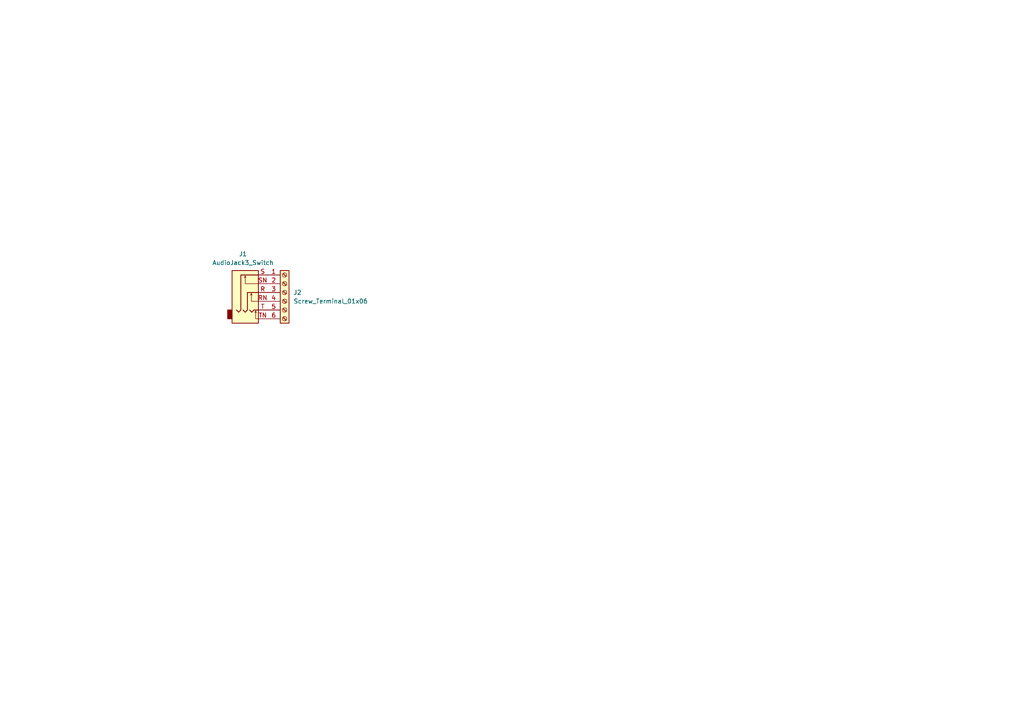
<source format=kicad_sch>
(kicad_sch (version 20211123) (generator eeschema)

  (uuid e63e39d7-6ac0-4ffd-8aa3-1841a4541b55)

  (paper "A4")

  (lib_symbols
    (symbol "Connector:AudioJack3_Switch" (in_bom yes) (on_board yes)
      (property "Reference" "J" (id 0) (at 0 11.43 0)
        (effects (font (size 1.27 1.27)))
      )
      (property "Value" "AudioJack3_Switch" (id 1) (at 0 8.89 0)
        (effects (font (size 1.27 1.27)))
      )
      (property "Footprint" "" (id 2) (at 0 0 0)
        (effects (font (size 1.27 1.27)) hide)
      )
      (property "Datasheet" "~" (id 3) (at 0 0 0)
        (effects (font (size 1.27 1.27)) hide)
      )
      (property "ki_keywords" "audio jack receptacle stereo headphones connector" (id 4) (at 0 0 0)
        (effects (font (size 1.27 1.27)) hide)
      )
      (property "ki_description" "Audio Jack, 3 Poles (Stereo / TRS), Switched Poles (Normalling)" (id 5) (at 0 0 0)
        (effects (font (size 1.27 1.27)) hide)
      )
      (property "ki_fp_filters" "Jack*" (id 6) (at 0 0 0)
        (effects (font (size 1.27 1.27)) hide)
      )
      (symbol "AudioJack3_Switch_0_1"
        (rectangle (start -5.08 -5.08) (end -6.35 -7.62)
          (stroke (width 0.254) (type default) (color 0 0 0 0))
          (fill (type outline))
        )
        (polyline
          (pts
            (xy -1.27 4.826)
            (xy -1.016 4.318)
          )
          (stroke (width 0) (type default) (color 0 0 0 0))
          (fill (type none))
        )
        (polyline
          (pts
            (xy 0.508 -0.254)
            (xy 0.762 -0.762)
          )
          (stroke (width 0) (type default) (color 0 0 0 0))
          (fill (type none))
        )
        (polyline
          (pts
            (xy 1.778 -5.334)
            (xy 2.032 -5.842)
          )
          (stroke (width 0) (type default) (color 0 0 0 0))
          (fill (type none))
        )
        (polyline
          (pts
            (xy 0 -5.08)
            (xy 0.635 -5.715)
            (xy 1.27 -5.08)
            (xy 2.54 -5.08)
          )
          (stroke (width 0.254) (type default) (color 0 0 0 0))
          (fill (type none))
        )
        (polyline
          (pts
            (xy 2.54 -7.62)
            (xy 1.778 -7.62)
            (xy 1.778 -5.334)
            (xy 1.524 -5.842)
          )
          (stroke (width 0) (type default) (color 0 0 0 0))
          (fill (type none))
        )
        (polyline
          (pts
            (xy 2.54 -2.54)
            (xy 0.508 -2.54)
            (xy 0.508 -0.254)
            (xy 0.254 -0.762)
          )
          (stroke (width 0) (type default) (color 0 0 0 0))
          (fill (type none))
        )
        (polyline
          (pts
            (xy 2.54 2.54)
            (xy -1.27 2.54)
            (xy -1.27 4.826)
            (xy -1.524 4.318)
          )
          (stroke (width 0) (type default) (color 0 0 0 0))
          (fill (type none))
        )
        (polyline
          (pts
            (xy -1.905 -5.08)
            (xy -1.27 -5.715)
            (xy -0.635 -5.08)
            (xy -0.635 0)
            (xy 2.54 0)
          )
          (stroke (width 0.254) (type default) (color 0 0 0 0))
          (fill (type none))
        )
        (polyline
          (pts
            (xy 2.54 5.08)
            (xy -2.54 5.08)
            (xy -2.54 -5.08)
            (xy -3.175 -5.715)
            (xy -3.81 -5.08)
          )
          (stroke (width 0.254) (type default) (color 0 0 0 0))
          (fill (type none))
        )
        (rectangle (start 2.54 6.35) (end -5.08 -8.89)
          (stroke (width 0.254) (type default) (color 0 0 0 0))
          (fill (type background))
        )
      )
      (symbol "AudioJack3_Switch_1_1"
        (pin passive line (at 5.08 0 180) (length 2.54)
          (name "~" (effects (font (size 1.27 1.27))))
          (number "R" (effects (font (size 1.27 1.27))))
        )
        (pin passive line (at 5.08 -2.54 180) (length 2.54)
          (name "~" (effects (font (size 1.27 1.27))))
          (number "RN" (effects (font (size 1.27 1.27))))
        )
        (pin passive line (at 5.08 5.08 180) (length 2.54)
          (name "~" (effects (font (size 1.27 1.27))))
          (number "S" (effects (font (size 1.27 1.27))))
        )
        (pin passive line (at 5.08 2.54 180) (length 2.54)
          (name "~" (effects (font (size 1.27 1.27))))
          (number "SN" (effects (font (size 1.27 1.27))))
        )
        (pin passive line (at 5.08 -5.08 180) (length 2.54)
          (name "~" (effects (font (size 1.27 1.27))))
          (number "T" (effects (font (size 1.27 1.27))))
        )
        (pin passive line (at 5.08 -7.62 180) (length 2.54)
          (name "~" (effects (font (size 1.27 1.27))))
          (number "TN" (effects (font (size 1.27 1.27))))
        )
      )
    )
    (symbol "Connector:Screw_Terminal_01x06" (pin_names (offset 1.016) hide) (in_bom yes) (on_board yes)
      (property "Reference" "J" (id 0) (at 0 7.62 0)
        (effects (font (size 1.27 1.27)))
      )
      (property "Value" "Screw_Terminal_01x06" (id 1) (at 0 -10.16 0)
        (effects (font (size 1.27 1.27)))
      )
      (property "Footprint" "" (id 2) (at 0 0 0)
        (effects (font (size 1.27 1.27)) hide)
      )
      (property "Datasheet" "~" (id 3) (at 0 0 0)
        (effects (font (size 1.27 1.27)) hide)
      )
      (property "ki_keywords" "screw terminal" (id 4) (at 0 0 0)
        (effects (font (size 1.27 1.27)) hide)
      )
      (property "ki_description" "Generic screw terminal, single row, 01x06, script generated (kicad-library-utils/schlib/autogen/connector/)" (id 5) (at 0 0 0)
        (effects (font (size 1.27 1.27)) hide)
      )
      (property "ki_fp_filters" "TerminalBlock*:*" (id 6) (at 0 0 0)
        (effects (font (size 1.27 1.27)) hide)
      )
      (symbol "Screw_Terminal_01x06_1_1"
        (rectangle (start -1.27 6.35) (end 1.27 -8.89)
          (stroke (width 0.254) (type default) (color 0 0 0 0))
          (fill (type background))
        )
        (circle (center 0 -7.62) (radius 0.635)
          (stroke (width 0.1524) (type default) (color 0 0 0 0))
          (fill (type none))
        )
        (circle (center 0 -5.08) (radius 0.635)
          (stroke (width 0.1524) (type default) (color 0 0 0 0))
          (fill (type none))
        )
        (circle (center 0 -2.54) (radius 0.635)
          (stroke (width 0.1524) (type default) (color 0 0 0 0))
          (fill (type none))
        )
        (polyline
          (pts
            (xy -0.5334 -7.2898)
            (xy 0.3302 -8.128)
          )
          (stroke (width 0.1524) (type default) (color 0 0 0 0))
          (fill (type none))
        )
        (polyline
          (pts
            (xy -0.5334 -4.7498)
            (xy 0.3302 -5.588)
          )
          (stroke (width 0.1524) (type default) (color 0 0 0 0))
          (fill (type none))
        )
        (polyline
          (pts
            (xy -0.5334 -2.2098)
            (xy 0.3302 -3.048)
          )
          (stroke (width 0.1524) (type default) (color 0 0 0 0))
          (fill (type none))
        )
        (polyline
          (pts
            (xy -0.5334 0.3302)
            (xy 0.3302 -0.508)
          )
          (stroke (width 0.1524) (type default) (color 0 0 0 0))
          (fill (type none))
        )
        (polyline
          (pts
            (xy -0.5334 2.8702)
            (xy 0.3302 2.032)
          )
          (stroke (width 0.1524) (type default) (color 0 0 0 0))
          (fill (type none))
        )
        (polyline
          (pts
            (xy -0.5334 5.4102)
            (xy 0.3302 4.572)
          )
          (stroke (width 0.1524) (type default) (color 0 0 0 0))
          (fill (type none))
        )
        (polyline
          (pts
            (xy -0.3556 -7.112)
            (xy 0.508 -7.9502)
          )
          (stroke (width 0.1524) (type default) (color 0 0 0 0))
          (fill (type none))
        )
        (polyline
          (pts
            (xy -0.3556 -4.572)
            (xy 0.508 -5.4102)
          )
          (stroke (width 0.1524) (type default) (color 0 0 0 0))
          (fill (type none))
        )
        (polyline
          (pts
            (xy -0.3556 -2.032)
            (xy 0.508 -2.8702)
          )
          (stroke (width 0.1524) (type default) (color 0 0 0 0))
          (fill (type none))
        )
        (polyline
          (pts
            (xy -0.3556 0.508)
            (xy 0.508 -0.3302)
          )
          (stroke (width 0.1524) (type default) (color 0 0 0 0))
          (fill (type none))
        )
        (polyline
          (pts
            (xy -0.3556 3.048)
            (xy 0.508 2.2098)
          )
          (stroke (width 0.1524) (type default) (color 0 0 0 0))
          (fill (type none))
        )
        (polyline
          (pts
            (xy -0.3556 5.588)
            (xy 0.508 4.7498)
          )
          (stroke (width 0.1524) (type default) (color 0 0 0 0))
          (fill (type none))
        )
        (circle (center 0 0) (radius 0.635)
          (stroke (width 0.1524) (type default) (color 0 0 0 0))
          (fill (type none))
        )
        (circle (center 0 2.54) (radius 0.635)
          (stroke (width 0.1524) (type default) (color 0 0 0 0))
          (fill (type none))
        )
        (circle (center 0 5.08) (radius 0.635)
          (stroke (width 0.1524) (type default) (color 0 0 0 0))
          (fill (type none))
        )
        (pin passive line (at -5.08 5.08 0) (length 3.81)
          (name "Pin_1" (effects (font (size 1.27 1.27))))
          (number "1" (effects (font (size 1.27 1.27))))
        )
        (pin passive line (at -5.08 2.54 0) (length 3.81)
          (name "Pin_2" (effects (font (size 1.27 1.27))))
          (number "2" (effects (font (size 1.27 1.27))))
        )
        (pin passive line (at -5.08 0 0) (length 3.81)
          (name "Pin_3" (effects (font (size 1.27 1.27))))
          (number "3" (effects (font (size 1.27 1.27))))
        )
        (pin passive line (at -5.08 -2.54 0) (length 3.81)
          (name "Pin_4" (effects (font (size 1.27 1.27))))
          (number "4" (effects (font (size 1.27 1.27))))
        )
        (pin passive line (at -5.08 -5.08 0) (length 3.81)
          (name "Pin_5" (effects (font (size 1.27 1.27))))
          (number "5" (effects (font (size 1.27 1.27))))
        )
        (pin passive line (at -5.08 -7.62 0) (length 3.81)
          (name "Pin_6" (effects (font (size 1.27 1.27))))
          (number "6" (effects (font (size 1.27 1.27))))
        )
      )
    )
  )


  (symbol (lib_id "Connector:Screw_Terminal_01x06") (at 82.55 84.836 0) (unit 1)
    (in_bom yes) (on_board yes) (fields_autoplaced)
    (uuid 75c56b73-e91e-4c3e-8fb7-792f0cb19b7b)
    (property "Reference" "J2" (id 0) (at 85.09 84.8359 0)
      (effects (font (size 1.27 1.27)) (justify left))
    )
    (property "Value" "Screw_Terminal_01x06" (id 1) (at 85.09 87.3759 0)
      (effects (font (size 1.27 1.27)) (justify left))
    )
    (property "Footprint" "Connector_PinHeader_2.54mm:PinHeader_1x06_P2.54mm_Vertical" (id 2) (at 82.55 84.836 0)
      (effects (font (size 1.27 1.27)) hide)
    )
    (property "Datasheet" "~" (id 3) (at 82.55 84.836 0)
      (effects (font (size 1.27 1.27)) hide)
    )
    (pin "1" (uuid cdbac3ad-7252-4da8-b1a5-17f3fd6da071))
    (pin "2" (uuid a4eb21c6-285b-40a9-9401-daa21a94bf6e))
    (pin "3" (uuid 0ab7eac0-2505-46ca-a15f-2fbf3a0464df))
    (pin "4" (uuid 3f230696-6936-45fb-9c05-e7c58419a4fe))
    (pin "5" (uuid 581c7a64-fba5-4d4a-824b-f49a62311590))
    (pin "6" (uuid d2c2573f-95ca-4b27-b2b0-4a4afcd9537c))
  )

  (symbol (lib_id "Connector:AudioJack3_Switch") (at 72.39 84.836 0) (unit 1)
    (in_bom yes) (on_board yes) (fields_autoplaced)
    (uuid c8b6b273-3d20-4a46-8069-f6d608563604)
    (property "Reference" "J1" (id 0) (at 70.485 73.66 0))
    (property "Value" "AudioJack3_Switch" (id 1) (at 70.485 76.2 0))
    (property "Footprint" "Connector_Audio:Jack_6.35mm_Neutrik_NMJ6HFD4_Horizontal" (id 2) (at 72.39 84.836 0)
      (effects (font (size 1.27 1.27)) hide)
    )
    (property "Datasheet" "~" (id 3) (at 72.39 84.836 0)
      (effects (font (size 1.27 1.27)) hide)
    )
    (pin "R" (uuid 71c6e723-673c-45a9-a0e4-9742220c52a3))
    (pin "RN" (uuid b4833916-7a3e-4498-86fb-ec6d13262ffe))
    (pin "S" (uuid cc48dd41-7768-48d3-b096-2c4cc2126c9d))
    (pin "SN" (uuid 4185c36c-c66e-4dbd-be5d-841e551f4885))
    (pin "T" (uuid a8b4bc7e-da32-4fb8-b71a-d7b47c6f741f))
    (pin "TN" (uuid 0fd35a3e-b394-4aae-875a-fac843f9cbb7))
  )

  (sheet_instances
    (path "/" (page "1"))
  )

  (symbol_instances
    (path "/c8b6b273-3d20-4a46-8069-f6d608563604"
      (reference "J1") (unit 1) (value "AudioJack3_Switch") (footprint "Connector_Audio:Jack_6.35mm_Neutrik_NMJ6HFD4_Horizontal")
    )
    (path "/75c56b73-e91e-4c3e-8fb7-792f0cb19b7b"
      (reference "J2") (unit 1) (value "Screw_Terminal_01x06") (footprint "Connector_PinHeader_2.54mm:PinHeader_1x06_P2.54mm_Vertical")
    )
  )
)

</source>
